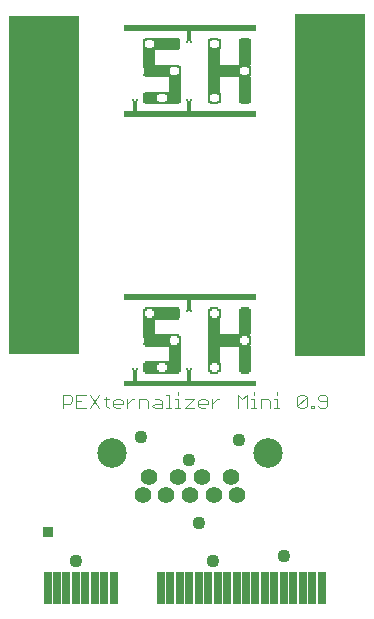
<source format=gts>
G75*
%MOIN*%
%OFA0B0*%
%FSLAX24Y24*%
%IPPOS*%
%LPD*%
%AMOC8*
5,1,8,0,0,1.08239X$1,22.5*
%
%ADD10C,0.0040*%
%ADD11R,0.0296X0.1064*%
%ADD12R,0.2343X1.1280*%
%ADD13R,0.2343X1.1399*%
%ADD14C,0.1084*%
%ADD15C,0.0560*%
%ADD16C,0.0985*%
%ADD17R,0.4440X0.0060*%
%ADD18R,0.0180X0.0060*%
%ADD19R,0.1140X0.0060*%
%ADD20R,0.0300X0.0060*%
%ADD21R,0.0540X0.0060*%
%ADD22R,0.0120X0.0060*%
%ADD23R,0.0420X0.0060*%
%ADD24R,0.0060X0.0060*%
%ADD25R,0.0480X0.0060*%
%ADD26R,0.1200X0.0060*%
%ADD27R,0.1440X0.0060*%
%ADD28R,0.0960X0.0060*%
%ADD29R,0.0900X0.0060*%
%ADD30R,0.1080X0.0060*%
%ADD31C,0.0436*%
%ADD32R,0.0330X0.0330*%
D10*
X001932Y009330D02*
X001932Y009790D01*
X002162Y009790D01*
X002239Y009713D01*
X002239Y009560D01*
X002162Y009483D01*
X001932Y009483D01*
X002393Y009560D02*
X002546Y009560D01*
X002393Y009790D02*
X002393Y009330D01*
X002700Y009330D01*
X002853Y009330D02*
X003160Y009790D01*
X003313Y009637D02*
X003467Y009637D01*
X003390Y009713D02*
X003390Y009406D01*
X003467Y009330D01*
X003620Y009406D02*
X003620Y009560D01*
X003697Y009637D01*
X003851Y009637D01*
X003927Y009560D01*
X003927Y009483D01*
X003620Y009483D01*
X003620Y009406D02*
X003697Y009330D01*
X003851Y009330D01*
X004081Y009330D02*
X004081Y009637D01*
X004234Y009637D02*
X004081Y009483D01*
X004234Y009637D02*
X004311Y009637D01*
X004464Y009637D02*
X004464Y009330D01*
X004464Y009637D02*
X004695Y009637D01*
X004771Y009560D01*
X004771Y009330D01*
X004925Y009406D02*
X005002Y009483D01*
X005232Y009483D01*
X005232Y009560D02*
X005232Y009330D01*
X005002Y009330D01*
X004925Y009406D01*
X005002Y009637D02*
X005155Y009637D01*
X005232Y009560D01*
X005385Y009790D02*
X005462Y009790D01*
X005462Y009330D01*
X005385Y009330D02*
X005539Y009330D01*
X005692Y009330D02*
X005846Y009330D01*
X005769Y009330D02*
X005769Y009637D01*
X005692Y009637D01*
X005769Y009790D02*
X005769Y009867D01*
X005999Y009637D02*
X006306Y009637D01*
X005999Y009330D01*
X006306Y009330D01*
X006459Y009406D02*
X006459Y009560D01*
X006536Y009637D01*
X006690Y009637D01*
X006766Y009560D01*
X006766Y009483D01*
X006459Y009483D01*
X006459Y009406D02*
X006536Y009330D01*
X006690Y009330D01*
X006920Y009330D02*
X006920Y009637D01*
X007073Y009637D02*
X006920Y009483D01*
X007073Y009637D02*
X007150Y009637D01*
X007764Y009790D02*
X007764Y009330D01*
X007917Y009637D02*
X007764Y009790D01*
X007917Y009637D02*
X008071Y009790D01*
X008071Y009330D01*
X008224Y009330D02*
X008378Y009330D01*
X008301Y009330D02*
X008301Y009637D01*
X008224Y009637D01*
X008301Y009790D02*
X008301Y009867D01*
X008531Y009637D02*
X008531Y009330D01*
X008531Y009637D02*
X008761Y009637D01*
X008838Y009560D01*
X008838Y009330D01*
X008992Y009330D02*
X009145Y009330D01*
X009068Y009330D02*
X009068Y009637D01*
X008992Y009637D01*
X009068Y009790D02*
X009068Y009867D01*
X009759Y009713D02*
X009759Y009406D01*
X010066Y009713D01*
X010066Y009406D01*
X009989Y009330D01*
X009836Y009330D01*
X009759Y009406D01*
X009759Y009713D02*
X009836Y009790D01*
X009989Y009790D01*
X010066Y009713D01*
X010219Y009406D02*
X010296Y009406D01*
X010296Y009330D01*
X010219Y009330D01*
X010219Y009406D01*
X010450Y009406D02*
X010526Y009330D01*
X010680Y009330D01*
X010756Y009406D01*
X010756Y009713D01*
X010680Y009790D01*
X010526Y009790D01*
X010450Y009713D01*
X010450Y009637D01*
X010526Y009560D01*
X010756Y009560D01*
X003160Y009330D02*
X002853Y009790D01*
X002700Y009790D02*
X002393Y009790D01*
D11*
X001430Y003333D03*
X001745Y003333D03*
X002060Y003333D03*
X002375Y003333D03*
X002690Y003333D03*
X003005Y003333D03*
X003320Y003333D03*
X003635Y003333D03*
X005210Y003333D03*
X005524Y003333D03*
X005839Y003333D03*
X006154Y003333D03*
X006469Y003333D03*
X006784Y003333D03*
X007099Y003333D03*
X007414Y003333D03*
X007729Y003333D03*
X008044Y003333D03*
X008359Y003333D03*
X008674Y003333D03*
X008989Y003333D03*
X009304Y003333D03*
X009619Y003333D03*
X009934Y003333D03*
X010249Y003333D03*
X010564Y003333D03*
D12*
X001312Y016768D03*
D13*
X010839Y016768D03*
D14*
X010839Y012241D03*
X010938Y021749D03*
X001312Y021663D03*
X001312Y012241D03*
D15*
X004605Y006455D03*
X004802Y007046D03*
X005393Y006455D03*
X005786Y007046D03*
X006180Y006455D03*
X006574Y007046D03*
X006967Y006455D03*
X007558Y007046D03*
X007755Y006455D03*
D16*
X008767Y007833D03*
X003593Y007833D03*
D17*
X006172Y010100D03*
X006172Y010160D03*
X006172Y010220D03*
X006172Y012980D03*
X006172Y013040D03*
X006172Y013100D03*
X006172Y019076D03*
X006172Y019136D03*
X006172Y019196D03*
X006172Y021956D03*
X006172Y022016D03*
X006172Y022076D03*
D18*
X006142Y021896D03*
X006142Y021836D03*
X006142Y021776D03*
X006142Y021716D03*
X006142Y021656D03*
X006142Y021596D03*
X006142Y019556D03*
X006142Y019496D03*
X006142Y019436D03*
X006142Y019376D03*
X006142Y019316D03*
X006142Y019256D03*
X004342Y019256D03*
X004342Y019316D03*
X004342Y019376D03*
X004342Y019436D03*
X004342Y019496D03*
X004342Y019556D03*
X006142Y012920D03*
X006142Y012860D03*
X006142Y012800D03*
X006142Y012740D03*
X006142Y012680D03*
X006142Y012620D03*
X006142Y010580D03*
X006142Y010520D03*
X006142Y010460D03*
X006142Y010400D03*
X006142Y010340D03*
X006142Y010280D03*
X004342Y010280D03*
X004342Y010340D03*
X004342Y010400D03*
X004342Y010460D03*
X004342Y010520D03*
X004342Y010580D03*
D19*
X005242Y010520D03*
X005242Y012680D03*
X007342Y011720D03*
X007342Y011480D03*
X005242Y019496D03*
X005242Y021656D03*
X007342Y020696D03*
X007342Y020456D03*
D20*
X006982Y019496D03*
X008002Y019496D03*
X008002Y021656D03*
X006982Y021656D03*
X006982Y012680D03*
X008002Y012680D03*
X008002Y010520D03*
X006982Y010520D03*
D21*
X005602Y010580D03*
X005602Y010820D03*
X004882Y010820D03*
X004882Y010580D03*
X004882Y019556D03*
X004882Y019796D03*
X005602Y019796D03*
X005602Y019556D03*
D22*
X005812Y020456D03*
X005812Y020696D03*
X006832Y021356D03*
X006832Y021596D03*
X007132Y021596D03*
X007132Y021356D03*
X007132Y019796D03*
X007132Y019556D03*
X006832Y019556D03*
X006832Y019796D03*
X008152Y020456D03*
X008152Y020696D03*
X004672Y021356D03*
X004672Y021596D03*
X004672Y012620D03*
X004672Y012380D03*
X005812Y011720D03*
X005812Y011480D03*
X006832Y010820D03*
X006832Y010580D03*
X007132Y010580D03*
X007132Y010820D03*
X007132Y012380D03*
X007132Y012620D03*
X006832Y012620D03*
X006832Y012380D03*
X008152Y011720D03*
X008152Y011480D03*
D23*
X008002Y011360D03*
X008002Y011300D03*
X008002Y011240D03*
X008002Y011180D03*
X008002Y011120D03*
X008002Y011060D03*
X008002Y011000D03*
X008002Y010940D03*
X008002Y010880D03*
X008002Y010820D03*
X008002Y010760D03*
X008002Y010700D03*
X008002Y010640D03*
X008002Y010580D03*
X008002Y011840D03*
X008002Y011900D03*
X008002Y011960D03*
X008002Y012020D03*
X008002Y012080D03*
X008002Y012140D03*
X008002Y012200D03*
X008002Y012260D03*
X008002Y012320D03*
X008002Y012380D03*
X008002Y012440D03*
X008002Y012500D03*
X008002Y012560D03*
X008002Y012620D03*
X006982Y012320D03*
X006982Y012260D03*
X006982Y012200D03*
X006982Y012140D03*
X006982Y012080D03*
X006982Y012020D03*
X006982Y011960D03*
X006982Y011900D03*
X006982Y011840D03*
X006982Y011360D03*
X006982Y011300D03*
X006982Y011240D03*
X006982Y011180D03*
X006982Y011120D03*
X006982Y011060D03*
X006982Y011000D03*
X006982Y010940D03*
X006982Y010880D03*
X005662Y010940D03*
X005662Y011000D03*
X005662Y011060D03*
X005662Y011120D03*
X005662Y011180D03*
X005662Y011240D03*
X005662Y011300D03*
X005662Y011360D03*
X004822Y011840D03*
X004822Y011900D03*
X004822Y011960D03*
X004822Y012020D03*
X004822Y012080D03*
X004822Y012140D03*
X004822Y012200D03*
X004822Y012260D03*
X008002Y019556D03*
X008002Y019616D03*
X008002Y019676D03*
X008002Y019736D03*
X008002Y019796D03*
X008002Y019856D03*
X008002Y019916D03*
X008002Y019976D03*
X008002Y020036D03*
X008002Y020096D03*
X008002Y020156D03*
X008002Y020216D03*
X008002Y020276D03*
X008002Y020336D03*
X008002Y020816D03*
X008002Y020876D03*
X008002Y020936D03*
X008002Y020996D03*
X008002Y021056D03*
X008002Y021116D03*
X008002Y021176D03*
X008002Y021236D03*
X008002Y021296D03*
X008002Y021356D03*
X008002Y021416D03*
X008002Y021476D03*
X008002Y021536D03*
X008002Y021596D03*
X006982Y021296D03*
X006982Y021236D03*
X006982Y021176D03*
X006982Y021116D03*
X006982Y021056D03*
X006982Y020996D03*
X006982Y020936D03*
X006982Y020876D03*
X006982Y020816D03*
X006982Y020336D03*
X006982Y020276D03*
X006982Y020216D03*
X006982Y020156D03*
X006982Y020096D03*
X006982Y020036D03*
X006982Y019976D03*
X006982Y019916D03*
X006982Y019856D03*
X005662Y019916D03*
X005662Y019976D03*
X005662Y020036D03*
X005662Y020096D03*
X005662Y020156D03*
X005662Y020216D03*
X005662Y020276D03*
X005662Y020336D03*
X004822Y020816D03*
X004822Y020876D03*
X004822Y020936D03*
X004822Y020996D03*
X004822Y021056D03*
X004822Y021116D03*
X004822Y021176D03*
X004822Y021236D03*
D24*
X004642Y021416D03*
X004642Y021476D03*
X004642Y021536D03*
X005842Y020636D03*
X005842Y020576D03*
X005842Y020516D03*
X006082Y019616D03*
X006202Y019616D03*
X006802Y019616D03*
X006802Y019676D03*
X006802Y019736D03*
X007162Y019736D03*
X007162Y019676D03*
X007162Y019616D03*
X007162Y021416D03*
X007162Y021476D03*
X007162Y021536D03*
X006802Y021536D03*
X006802Y021476D03*
X006802Y021416D03*
X006202Y021536D03*
X006082Y021536D03*
X004402Y019616D03*
X004282Y019616D03*
X004642Y012560D03*
X004642Y012500D03*
X004642Y012440D03*
X004402Y010640D03*
X004282Y010640D03*
X005842Y011540D03*
X005842Y011600D03*
X005842Y011660D03*
X006082Y012560D03*
X006202Y012560D03*
X006802Y012560D03*
X006802Y012500D03*
X006802Y012440D03*
X007162Y012440D03*
X007162Y012500D03*
X007162Y012560D03*
X007162Y010760D03*
X007162Y010700D03*
X007162Y010640D03*
X006802Y010640D03*
X006802Y010700D03*
X006802Y010760D03*
X006202Y010640D03*
X006082Y010640D03*
X008182Y011540D03*
X008182Y011600D03*
X008182Y011660D03*
X008182Y020516D03*
X008182Y020576D03*
X008182Y020636D03*
D25*
X005632Y019736D03*
X005632Y019676D03*
X005632Y019616D03*
X004852Y019616D03*
X004852Y019676D03*
X004852Y019736D03*
X004852Y010760D03*
X004852Y010700D03*
X004852Y010640D03*
X005632Y010640D03*
X005632Y010700D03*
X005632Y010760D03*
D26*
X005272Y010880D03*
X005272Y011420D03*
X005212Y011780D03*
X005212Y012320D03*
X005272Y019856D03*
X005272Y020396D03*
X005212Y020756D03*
X005212Y021296D03*
D27*
X007492Y020756D03*
X007492Y020396D03*
X007492Y011780D03*
X007492Y011420D03*
D28*
X005392Y012380D03*
X005392Y012620D03*
X005092Y011720D03*
X005092Y011480D03*
X005092Y020456D03*
X005092Y020696D03*
X005392Y021356D03*
X005392Y021596D03*
D29*
X005422Y021536D03*
X005422Y021476D03*
X005422Y021416D03*
X005062Y020636D03*
X005062Y020576D03*
X005062Y020516D03*
X005422Y012560D03*
X005422Y012500D03*
X005422Y012440D03*
X005062Y011660D03*
X005062Y011600D03*
X005062Y011540D03*
D30*
X007312Y011540D03*
X007312Y011600D03*
X007312Y011660D03*
X007312Y020516D03*
X007312Y020576D03*
X007312Y020636D03*
D31*
X004550Y008385D03*
X006145Y007597D03*
X006479Y005510D03*
X006952Y004251D03*
X007818Y008286D03*
X009314Y004408D03*
X002385Y004251D03*
D32*
X001440Y005196D03*
M02*

</source>
